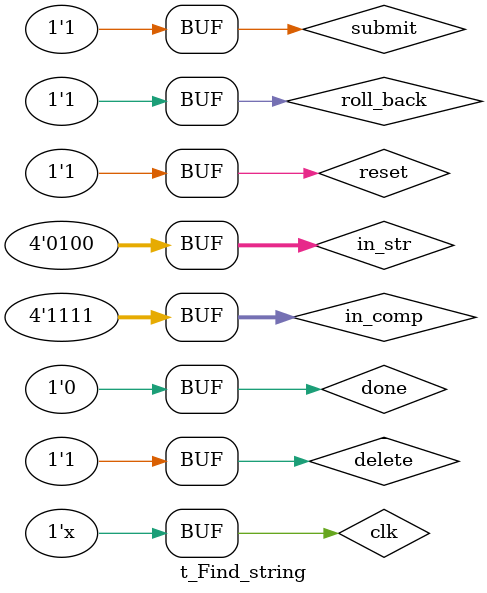
<source format=v>
module t_Find_string();



parameter NHAP = 3'b001,
			 XOA = 3'b010,
			 XUAT = 3'b100;

reg [3:0]in_str, in_comp;
reg clk;
reg done, delete;
reg submit,reset;
reg roll_back;

wire [13:0]led0_1;
wire [13:0]led2_3;
wire [13:0]led4_5;

		Find_string #(.FREQUENCY(100)) U (.in_str(in_str), 
							.in_comp(in_comp), 
							.clk(clk), 
							.done(done), 
							.delete(delete), 
							.submit(submit),
							.reset(reset), 
							.roll_back(roll_back), 
							.led0_1(led0_1), 
							.led2_3(led2_3), 
							.led4_5(led4_5)
		);

		
initial clk = 0;
always #1 clk = ~clk;

initial begin
	//Lan nhap thu nhat: ---------------------------Chuoi so sanh: 0110
	//khoi dong--------------------------------------------------------
	in_comp = 4'b0110;
	done = 0;
	delete = 1;
	submit = 1;
	reset = 0;
	roll_back = 1;
	 #5;
	reset = 1 ;
	//-------------------------Chuoi: 0011
	in_str = 4'b0011;
	submit = 0;
	#2;
	submit = 1;
	#2;
	//-------------------------Chuoi: 0011_0001
	in_str = 4'b0001;
	submit = 0;
	#2;
	submit = 1;
	#2;
	//-------------------------Chuoi: 0011_0001_0110
	 
	in_str = 4'b0110;
	submit = 0;
	#2;
	submit = 1;
	#2;
	//---------------------Xoa chuoi vua nhap: 0011_0001_0000
	delete = 0;
	#10;
	delete = 1;
	#4;
	//---------------------Nhap moi: 0011_0001_1011
	in_str = 4'b1011;
	submit = 0;
	#2;
	submit = 1;
	#2;
	 //-------------------------Chuoi: 0011_0001_1011_1101
	in_str = 4'b1101;
	submit = 0;
	#2;
	submit = 1;
	#2;
	 //-------------------------Chuoi: 0011_0001_1011_1101_1000
	in_str = 4'b1000;
	submit = 0;
	#2;
	submit = 1;
	#2;
	#10;
	//----------------------Bat tin hieu done de ket thuc nhap chuoi khi chua nhap du 40 ki tu.
	//----------------------Chuoi nay se trung tai 3 vi tri: 2, 7 va 15. co tong cong 3 chuoi trung
	done = 1;
	#2000;
	in_comp = 4'b1111;
	//----------------------roll back de quet lai toan bo chuoi voi chuoi so sanh moi.
	roll_back = 0;
	#4;
	roll_back = 1;
	#1000;
	//----------------------Thuc hien reset de nhap lai chuoi moi.
	//----------------------Chuoi so sanh moi: 1010
	in_comp = 4'b1010;
	done = 0;
	delete = 1;
	submit = 1;
	reset = 0;
	roll_back = 1;
	#5;
	reset = 1;
	//khoi dong
	//-----------------------Chuoi: 1010
	in_str = 4'b1010;
	submit = 0;
	#2;
	submit = 1;
	#2;
	//-----------------------Chuoi: 1010_1001
	in_str = 4'b1001;
	submit = 0;
	#2;
	submit = 1;
	#2;
	//-----------------------Chuoi: 1010_1001_0101
	in_str = 4'b0101;
	submit = 0;
	#2;
	submit = 1;
	#2;
	//xoa chuoi
	//-----------------------Chuoi: 1010_1001_0000
	delete = 0;
	#10;
	delete = 1;
	#2;
	#2;
	//-----------------------Chuoi: 1010_1001_0000
	in_str = 4'b0000;
	submit = 0;
	#2;
	submit = 1;
	#2;
	//-----------------------Chuoi: 1010_1001_0000_1101
	in_str = 4'b1101;
	submit = 0;
	#2;
	submit = 1;
	#2;
	//-----------------------Chuoi: 1010_1001_0000_1101_1111
	in_str = 4'b1111;
	submit = 0;
	#2;
	submit = 1;
	#2;
	//-----------------------Chuoi: 1010_1001_0000_1101_1111_0111
	in_str = 4'b0111;
	submit = 0;
	#2;
	submit = 1;
	#2;
	//-----------------------Chuoi: 1010_1001_0000_1101_1111_0111_1100
	in_str = 4'b1100;
	submit = 0;
	#2;
	submit = 1;
	#2;
	//-----------------------Chuoi: 1010_1001_0000_1101_1111_0111_1100_1101
	in_str = 4'b1101;
	submit = 0;
	#2;
	submit = 1;
	#2;
	//-----------------------Chuoi: 1010_1001_0000_1101_1111_0111_1100_1101_1001
	in_str = 4'b1001;
	submit = 0;
	#2;
	submit = 1;
	#2;
	//-----------------------Chuoi: 1010_1001_0000_1101_1111_0111_1100_1101_1001_0100
	in_str = 4'b0100;
	submit = 0;
	#2;
	submit = 1;
	#2;
	//Khi nay da nhap du 40 ki tu, chuong trinh tu dong do soat het toan bo chuoi de tim chuoi trung
	//va dua ra ket qua. Co tat ca 3 chuoi trung, tai vi tri 1, 3 va 36.
	#2000;
	in_comp = 4'b1111;
	roll_back = 0;
	#4;
	roll_back = 1;
	#1000;
end

endmodule

</source>
